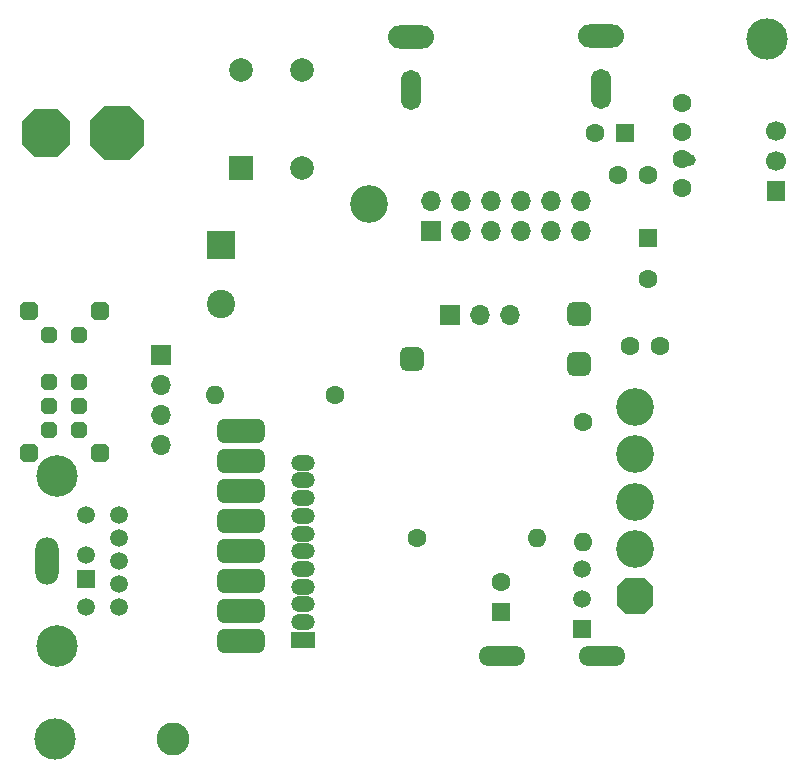
<source format=gbs>
%TF.GenerationSoftware,KiCad,Pcbnew,(6.0.1)*%
%TF.CreationDate,2022-03-13T01:10:21-07:00*%
%TF.ProjectId,Power PCB Ver C -  TH - RF is 9 Pin Genesis Port V2,506f7765-7220-4504-9342-205665722043,rev?*%
%TF.SameCoordinates,Original*%
%TF.FileFunction,Soldermask,Bot*%
%TF.FilePolarity,Negative*%
%FSLAX46Y46*%
G04 Gerber Fmt 4.6, Leading zero omitted, Abs format (unit mm)*
G04 Created by KiCad (PCBNEW (6.0.1)) date 2022-03-13 01:10:21*
%MOMM*%
%LPD*%
G01*
G04 APERTURE LIST*
G04 Aperture macros list*
%AMRoundRect*
0 Rectangle with rounded corners*
0 $1 Rounding radius*
0 $2 $3 $4 $5 $6 $7 $8 $9 X,Y pos of 4 corners*
0 Add a 4 corners polygon primitive as box body*
4,1,4,$2,$3,$4,$5,$6,$7,$8,$9,$2,$3,0*
0 Add four circle primitives for the rounded corners*
1,1,$1+$1,$2,$3*
1,1,$1+$1,$4,$5*
1,1,$1+$1,$6,$7*
1,1,$1+$1,$8,$9*
0 Add four rect primitives between the rounded corners*
20,1,$1+$1,$2,$3,$4,$5,0*
20,1,$1+$1,$4,$5,$6,$7,0*
20,1,$1+$1,$6,$7,$8,$9,0*
20,1,$1+$1,$8,$9,$2,$3,0*%
%AMOutline5P*
0 Free polygon, 5 corners , with rotation*
0 The origin of the aperture is its center*
0 number of corners: always 5*
0 $1 to $10 corner X, Y*
0 $11 Rotation angle, in degrees counterclockwise*
0 create outline with 5 corners*
4,1,5,$1,$2,$3,$4,$5,$6,$7,$8,$9,$10,$1,$2,$11*%
%AMOutline6P*
0 Free polygon, 6 corners , with rotation*
0 The origin of the aperture is its center*
0 number of corners: always 6*
0 $1 to $12 corner X, Y*
0 $13 Rotation angle, in degrees counterclockwise*
0 create outline with 6 corners*
4,1,6,$1,$2,$3,$4,$5,$6,$7,$8,$9,$10,$11,$12,$1,$2,$13*%
%AMOutline7P*
0 Free polygon, 7 corners , with rotation*
0 The origin of the aperture is its center*
0 number of corners: always 7*
0 $1 to $14 corner X, Y*
0 $15 Rotation angle, in degrees counterclockwise*
0 create outline with 7 corners*
4,1,7,$1,$2,$3,$4,$5,$6,$7,$8,$9,$10,$11,$12,$13,$14,$1,$2,$15*%
%AMOutline8P*
0 Free polygon, 8 corners , with rotation*
0 The origin of the aperture is its center*
0 number of corners: always 8*
0 $1 to $16 corner X, Y*
0 $17 Rotation angle, in degrees counterclockwise*
0 create outline with 8 corners*
4,1,8,$1,$2,$3,$4,$5,$6,$7,$8,$9,$10,$11,$12,$13,$14,$15,$16,$1,$2,$17*%
G04 Aperture macros list end*
%ADD10RoundRect,0.500000X-0.500000X-0.500000X0.500000X-0.500000X0.500000X0.500000X-0.500000X0.500000X0*%
%ADD11R,1.599997X1.700000*%
%ADD12C,1.700000*%
%ADD13R,1.700000X1.700000*%
%ADD14O,1.700000X1.700000*%
%ADD15Outline8P,-2.250000X1.125000X-1.125000X2.250000X1.125000X2.250000X2.250000X1.125000X2.250000X-1.125000X1.125000X-2.250000X-1.125000X-2.250000X-2.250000X-1.125000X0.000000*%
%ADD16Outline8P,-2.000000X1.000000X-1.000000X2.000000X1.000000X2.000000X2.000000X1.000000X2.000000X-1.000000X1.000000X-2.000000X-1.000000X-2.000000X-2.000000X-1.000000X0.000000*%
%ADD17R,2.000000X1.350000*%
%ADD18O,2.000000X1.350000*%
%ADD19R,1.508000X1.508000*%
%ADD20C,1.508000*%
%ADD21C,3.516000*%
%ADD22O,2.000000X4.000000*%
%ADD23R,1.500000X1.500000*%
%ADD24C,1.500000*%
%ADD25R,1.600000X1.600000*%
%ADD26C,1.600000*%
%ADD27C,1.000000*%
%ADD28O,1.600000X1.600000*%
%ADD29R,2.000000X2.000000*%
%ADD30C,2.000000*%
%ADD31O,3.900000X1.950000*%
%ADD32O,1.700000X3.400000*%
%ADD33C,3.500000*%
%ADD34O,4.000000X1.700000*%
%ADD35C,3.200000*%
%ADD36Outline8P,-1.550000X0.775000X-0.775000X1.550000X0.775000X1.550000X1.550000X0.775000X1.550000X-0.775000X0.775000X-1.550000X-0.775000X-1.550000X-1.550000X-0.775000X90.000000*%
%ADD37R,2.400000X2.400000*%
%ADD38C,2.400000*%
%ADD39C,2.800000*%
%ADD40Outline8P,-0.700000X0.350000X-0.350000X0.700000X0.350000X0.700000X0.700000X0.350000X0.700000X-0.350000X0.350000X-0.700000X-0.350000X-0.700000X-0.700000X-0.350000X270.000000*%
%ADD41Outline8P,-0.800000X0.400000X-0.400000X0.800000X0.400000X0.800000X0.800000X0.400000X0.800000X-0.400000X0.400000X-0.800000X-0.400000X-0.800000X-0.800000X-0.400000X270.000000*%
%ADD42Outline8P,-0.800000X0.400000X-0.400000X0.800000X0.400000X0.800000X0.800000X0.400000X0.800000X-0.400000X0.400000X-0.800000X-0.400000X-0.800000X-0.800000X-0.400000X90.000000*%
%ADD43RoundRect,0.500000X-1.500000X-0.500000X1.500000X-0.500000X1.500000X0.500000X-1.500000X0.500000X0*%
G04 APERTURE END LIST*
D10*
%TO.C,J12*%
X150376100Y-104243600D03*
%TD*%
D11*
%TO.C,U1*%
X181226100Y-90033600D03*
D12*
X181226100Y-87493600D03*
X181226100Y-84953600D03*
%TD*%
D10*
%TO.C,J10*%
X164526100Y-104643600D03*
%TD*%
D13*
%TO.C,J6*%
X151976100Y-93418600D03*
D14*
X151976100Y-90878600D03*
X154516100Y-93418600D03*
X154516100Y-90878600D03*
X157056100Y-93418600D03*
X157056100Y-90878600D03*
X159596100Y-93418600D03*
X159596100Y-90878600D03*
X162136100Y-93418600D03*
X162136100Y-90878600D03*
X164676100Y-93418600D03*
X164676100Y-90878600D03*
%TD*%
D15*
%TO.C,J1*%
X125426102Y-85113598D03*
D16*
X119426100Y-85113598D03*
%TD*%
D13*
%TO.C,J4*%
X129126100Y-103893600D03*
D14*
X129126100Y-106433600D03*
X129126100Y-108973600D03*
X129126100Y-111513600D03*
%TD*%
D10*
%TO.C,J11*%
X164526100Y-100393600D03*
%TD*%
D17*
%TO.C,J3*%
X141126100Y-128018600D03*
D18*
X141126100Y-126518600D03*
X141126100Y-125018600D03*
X141126100Y-123518600D03*
X141126100Y-122018600D03*
X141126100Y-120518600D03*
X141126100Y-119018600D03*
X141126100Y-117518600D03*
X141126100Y-116018600D03*
X141126100Y-114518600D03*
X141126100Y-113018600D03*
%TD*%
D19*
%TO.C,J20*%
X122802100Y-122827600D03*
D20*
X122802100Y-120827600D03*
X122802100Y-125227600D03*
X125602100Y-123277600D03*
X125602100Y-121327600D03*
X122802100Y-117427600D03*
X125602100Y-125227600D03*
X125602100Y-119377600D03*
X125602100Y-117427600D03*
D21*
X120352100Y-128552600D03*
X120352100Y-114102600D03*
D22*
X119452100Y-121327600D03*
%TD*%
D13*
%TO.C,J16*%
X153586100Y-100493600D03*
D14*
X156126100Y-100493600D03*
X158666100Y-100493600D03*
%TD*%
D23*
%TO.C,Q1*%
X164736100Y-127133600D03*
D24*
X164736100Y-124593600D03*
X164736100Y-122053600D03*
%TD*%
D25*
%TO.C,C8*%
X157926100Y-125643600D03*
D26*
X157926100Y-123143600D03*
%TD*%
D27*
%TO.C,REF\u002A\u002A*%
X173876100Y-87393600D03*
%TD*%
D26*
%TO.C,R6*%
X143836100Y-107303600D03*
D28*
X133676100Y-107303600D03*
%TD*%
D29*
%TO.C,D1*%
X135926100Y-88036100D03*
D30*
X141026100Y-88036100D03*
X141026100Y-79786100D03*
X135926100Y-79786100D03*
%TD*%
D31*
%TO.C,J17*%
X166418100Y-76877600D03*
D32*
X166418100Y-81377600D03*
%TD*%
D26*
%TO.C,C5*%
X173226100Y-82543600D03*
X173226100Y-85043600D03*
%TD*%
D33*
%TO.C,*%
X180476100Y-77113600D03*
%TD*%
D34*
%TO.C,J13*%
X158026100Y-129393600D03*
%TD*%
D33*
%TO.C,*%
X120126100Y-136393600D03*
%TD*%
D35*
%TO.C,J2*%
X169226100Y-116313600D03*
X169226100Y-108313600D03*
X169226100Y-120313600D03*
X169226100Y-112313597D03*
D36*
X169226100Y-124313600D03*
%TD*%
D25*
%TO.C,C7*%
X168401100Y-85143600D03*
D26*
X165901100Y-85143600D03*
%TD*%
D35*
%TO.C,GND*%
X146756100Y-91113600D03*
%TD*%
D37*
%TO.C,C1*%
X134226100Y-94569641D03*
D38*
X134226100Y-99569641D03*
%TD*%
D39*
%TO.C,*%
X130126100Y-136393600D03*
%TD*%
D25*
%TO.C,C3*%
X170376100Y-93990949D03*
D26*
X170376100Y-97490949D03*
%TD*%
%TO.C,C2*%
X171376100Y-103143600D03*
X168876100Y-103143600D03*
%TD*%
D31*
%TO.C,J18*%
X150272100Y-76971600D03*
D32*
X150272100Y-81471600D03*
%TD*%
D26*
%TO.C,C6*%
X170326100Y-88643600D03*
X167826100Y-88643600D03*
%TD*%
%TO.C,C4*%
X173226100Y-87293600D03*
X173226100Y-89793600D03*
%TD*%
%TO.C,R2*%
X164876100Y-109563600D03*
D28*
X164876100Y-119723600D03*
%TD*%
D26*
%TO.C,R4*%
X150846100Y-119393600D03*
D28*
X161006100Y-119393600D03*
%TD*%
D34*
%TO.C,J13*%
X166426100Y-129393600D03*
%TD*%
D40*
%TO.C,SW1*%
X122176100Y-102213600D03*
X119676100Y-106213600D03*
X119676100Y-108213600D03*
X119676100Y-110213600D03*
X122176100Y-106213600D03*
X122176100Y-108213600D03*
X122176100Y-110213600D03*
X119676100Y-102213600D03*
D41*
X117926100Y-100213600D03*
D42*
X117926100Y-112213600D03*
X123926100Y-112213600D03*
D41*
X123926100Y-100213600D03*
%TD*%
D43*
%TO.C,J5*%
X135876100Y-128093600D03*
X135876100Y-125553600D03*
X135876100Y-123013600D03*
X135876100Y-120473600D03*
X135876100Y-117933600D03*
X135876100Y-115393600D03*
X135876100Y-112853600D03*
X135876100Y-110313600D03*
%TD*%
M02*

</source>
